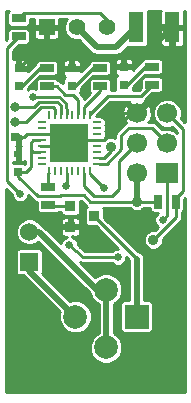
<source format=gtl>
G04 (created by PCBNEW (2013-07-24 BZR 4024)-stable) date Sat 29 Nov 2014 11:35:43 AM NZDT*
%MOIN*%
G04 Gerber Fmt 3.4, Leading zero omitted, Abs format*
%FSLAX34Y34*%
G01*
G70*
G90*
G04 APERTURE LIST*
%ADD10C,0.00590551*%
%ADD11R,0.0314961X0.0314961*%
%ADD12C,0.0314961*%
%ADD13R,0.0787402X0.0787402*%
%ADD14C,0.0787402*%
%ADD15R,0.05X0.1*%
%ADD16O,0.00984252X0.0275591*%
%ADD17O,0.0275591X0.00984252*%
%ADD18R,0.125984X0.125984*%
%ADD19R,0.0748X0.0669*%
%ADD20C,0.0669*%
%ADD21R,0.0315X0.025*%
%ADD22R,0.0314961X0.023622*%
%ADD23R,0.045X0.025*%
%ADD24R,0.025X0.045*%
%ADD25R,0.036X0.036*%
%ADD26R,0.0314X0.0314*%
%ADD27R,0.055X0.055*%
%ADD28C,0.055*%
%ADD29R,0.06X0.06*%
%ADD30C,0.06*%
%ADD31C,0.035*%
%ADD32C,0.0255906*%
%ADD33C,0.01*%
%ADD34C,0.019685*%
%ADD35C,0.00984252*%
G04 APERTURE END LIST*
G54D10*
G54D11*
X23740Y-21870D03*
G54D12*
X23740Y-21358D03*
X23740Y-20846D03*
G54D13*
X27791Y-27850D03*
G54D14*
X25744Y-27850D03*
X26767Y-28874D03*
X26767Y-26944D03*
G54D15*
X27781Y-18204D03*
X28981Y-18204D03*
G54D16*
X24858Y-21137D03*
G54D17*
X24622Y-21374D03*
X24622Y-21570D03*
X24622Y-21767D03*
X24622Y-21964D03*
X24622Y-22161D03*
X24622Y-22358D03*
X24622Y-22555D03*
X24622Y-22751D03*
G54D16*
X24858Y-22988D03*
X25055Y-22988D03*
X25251Y-22988D03*
X25448Y-22988D03*
X25645Y-22988D03*
X25842Y-22988D03*
X26039Y-22988D03*
X26236Y-22988D03*
G54D17*
X26472Y-22751D03*
X26472Y-22751D03*
X26472Y-22555D03*
X26472Y-22358D03*
X26472Y-22161D03*
X26472Y-21964D03*
X26472Y-21767D03*
X26472Y-21570D03*
X26472Y-21374D03*
G54D16*
X26236Y-21137D03*
X26039Y-21137D03*
X25842Y-21137D03*
X25645Y-21137D03*
X25448Y-21137D03*
X25251Y-21137D03*
X25055Y-21137D03*
X24858Y-21137D03*
G54D18*
X25547Y-22062D03*
G54D19*
X28803Y-23062D03*
G54D20*
X27803Y-23062D03*
X28803Y-22062D03*
X27803Y-22062D03*
X28803Y-21062D03*
X27803Y-21062D03*
G54D21*
X23838Y-23016D03*
G54D22*
X23838Y-22416D03*
G54D23*
X24838Y-24134D03*
X24838Y-23534D03*
G54D24*
X28495Y-24011D03*
X29095Y-24011D03*
G54D23*
X24799Y-19558D03*
X24799Y-20158D03*
X26570Y-19558D03*
X26570Y-20158D03*
X28303Y-19518D03*
X28303Y-20118D03*
G54D25*
X25580Y-24853D03*
X25580Y-24153D03*
X26380Y-24503D03*
G54D26*
X27358Y-20113D03*
X27358Y-19523D03*
X25625Y-20153D03*
X25625Y-19563D03*
X23854Y-20153D03*
X23854Y-19563D03*
G54D23*
X23854Y-18504D03*
X23854Y-17904D03*
G54D27*
X24783Y-18204D03*
G54D28*
X25783Y-18204D03*
X26783Y-18204D03*
G54D29*
X24208Y-26027D03*
G54D30*
X24208Y-25027D03*
G54D31*
X26925Y-22181D03*
X27811Y-24011D03*
G54D32*
X26688Y-23559D03*
X28657Y-24622D03*
G54D31*
X28342Y-25291D03*
G54D32*
X27165Y-25866D03*
X25547Y-25448D03*
X24330Y-20511D03*
G54D31*
X25098Y-24940D03*
X29137Y-25137D03*
X23661Y-24480D03*
X23661Y-30059D03*
X29149Y-30102D03*
X26992Y-24484D03*
X28070Y-24358D03*
X27035Y-21019D03*
X26732Y-25452D03*
X26295Y-26240D03*
X28401Y-18192D03*
G54D32*
X23893Y-23755D03*
X25429Y-23480D03*
G54D33*
X23838Y-23016D02*
X24089Y-23016D01*
X24251Y-22854D02*
X24251Y-22263D01*
X24089Y-23016D02*
X24251Y-22854D01*
X24346Y-21964D02*
X24251Y-22059D01*
X24251Y-22059D02*
X24251Y-22263D01*
X24562Y-21964D02*
X24346Y-21964D01*
X24346Y-22358D02*
X24562Y-22358D01*
X24251Y-22263D02*
X24346Y-22358D01*
X25271Y-23795D02*
X26019Y-23795D01*
X23838Y-23016D02*
X23834Y-23185D01*
X24484Y-23834D02*
X23834Y-23185D01*
X25232Y-23834D02*
X24484Y-23834D01*
X25232Y-23834D02*
X25271Y-23795D01*
X26236Y-24011D02*
X27811Y-24011D01*
X26019Y-23795D02*
X26236Y-24011D01*
G54D34*
X24208Y-26027D02*
X24208Y-26314D01*
X24208Y-26314D02*
X25744Y-27850D01*
X25783Y-18204D02*
X26452Y-18874D01*
X26452Y-18874D02*
X27112Y-18874D01*
X27112Y-18874D02*
X27781Y-18204D01*
G54D33*
X23839Y-23015D02*
X23838Y-23016D01*
X28495Y-24011D02*
X28165Y-24011D01*
X28165Y-24011D02*
X27811Y-24011D01*
X26531Y-22555D02*
X26708Y-22555D01*
X26708Y-22555D02*
X26925Y-22338D01*
X26925Y-22338D02*
X26925Y-22181D01*
G54D34*
X27803Y-24003D02*
X27803Y-23062D01*
X27811Y-24011D02*
X27803Y-24003D01*
G54D33*
X26236Y-21078D02*
X26826Y-20488D01*
X27933Y-20488D02*
X28303Y-20118D01*
X26826Y-20488D02*
X27933Y-20488D01*
X26039Y-21078D02*
X26039Y-20862D01*
X26570Y-20330D02*
X26570Y-20158D01*
X26039Y-20862D02*
X26570Y-20330D01*
X25665Y-20448D02*
X25409Y-20448D01*
X25842Y-20625D02*
X25665Y-20448D01*
X25842Y-21078D02*
X25842Y-20625D01*
X25118Y-20158D02*
X24799Y-20158D01*
X25409Y-20448D02*
X25118Y-20158D01*
X26236Y-23106D02*
X26688Y-23559D01*
X26236Y-23106D02*
X26236Y-23047D01*
G54D35*
X28803Y-23062D02*
X28803Y-24476D01*
X28803Y-24476D02*
X28657Y-24622D01*
G54D33*
X28657Y-24622D02*
X28645Y-24610D01*
X26039Y-23047D02*
X26039Y-23500D01*
X27200Y-22665D02*
X27803Y-22062D01*
X27200Y-23598D02*
X27200Y-22665D01*
X26964Y-23834D02*
X27200Y-23598D01*
X26374Y-23834D02*
X26964Y-23834D01*
X26039Y-23500D02*
X26374Y-23834D01*
X29095Y-24538D02*
X28342Y-25291D01*
X27165Y-25866D02*
X25992Y-25866D01*
X25992Y-25866D02*
X25547Y-25448D01*
X24330Y-20511D02*
X24330Y-20511D01*
X24330Y-20511D02*
X25196Y-20511D01*
X25196Y-20511D02*
X25427Y-20742D01*
X25448Y-21078D02*
X25427Y-20742D01*
X29095Y-24538D02*
X29095Y-24011D01*
X29095Y-24011D02*
X29095Y-23908D01*
X29095Y-23908D02*
X29346Y-23657D01*
X29346Y-23657D02*
X29346Y-21606D01*
X29346Y-21606D02*
X28803Y-21062D01*
X26531Y-22751D02*
X26787Y-22751D01*
X28291Y-21551D02*
X28803Y-22062D01*
X27535Y-21551D02*
X28291Y-21551D01*
X27279Y-21807D02*
X27535Y-21551D01*
X27279Y-22259D02*
X27279Y-21807D01*
X26787Y-22751D02*
X27279Y-22259D01*
X23854Y-17904D02*
X24026Y-17732D01*
X26783Y-17944D02*
X26783Y-18204D01*
X26570Y-17732D02*
X26783Y-17944D01*
X24026Y-17732D02*
X26570Y-17732D01*
X24562Y-21767D02*
X24137Y-21767D01*
X24035Y-21870D02*
X23740Y-21870D01*
X24137Y-21767D02*
X24035Y-21870D01*
X23838Y-22416D02*
X23838Y-21968D01*
X23838Y-21968D02*
X23740Y-21870D01*
X23720Y-21889D02*
X23740Y-21870D01*
X23842Y-21767D02*
X23740Y-21870D01*
X25098Y-24940D02*
X25575Y-24858D01*
X25580Y-24853D02*
X25575Y-24858D01*
X23704Y-30102D02*
X23661Y-30059D01*
X29149Y-30102D02*
X23704Y-30102D01*
X26992Y-24484D02*
X27944Y-24484D01*
X27944Y-24484D02*
X28070Y-24358D01*
X27803Y-21062D02*
X27078Y-21062D01*
X27078Y-21062D02*
X27035Y-21019D01*
G54D34*
X28981Y-18204D02*
X28413Y-18204D01*
X28413Y-18204D02*
X28401Y-18192D01*
G54D33*
X25625Y-19563D02*
X25665Y-19523D01*
X25665Y-19523D02*
X25665Y-19188D01*
X27358Y-19523D02*
X27358Y-19188D01*
G54D34*
X28981Y-18204D02*
X27997Y-19188D01*
X27997Y-19188D02*
X27358Y-19188D01*
X27358Y-19188D02*
X25665Y-19188D01*
X25665Y-19188D02*
X25251Y-19188D01*
G54D33*
X26688Y-21964D02*
X27590Y-21062D01*
X26531Y-21964D02*
X26688Y-21964D01*
X27590Y-21062D02*
X27803Y-21062D01*
G54D34*
X24783Y-18204D02*
X24783Y-18720D01*
X24783Y-18720D02*
X25251Y-19188D01*
X28377Y-20488D02*
X28696Y-20488D01*
X27803Y-21062D02*
X28377Y-20488D01*
X28981Y-20203D02*
X28981Y-18204D01*
X28696Y-20488D02*
X28981Y-20203D01*
G54D33*
X27358Y-19523D02*
X27495Y-19523D01*
X28775Y-18244D02*
X28824Y-18244D01*
X23854Y-19563D02*
X24228Y-19188D01*
X24228Y-19188D02*
X25251Y-19188D01*
X23847Y-22425D02*
X23838Y-22416D01*
G54D35*
X24562Y-22161D02*
X25448Y-22161D01*
X25448Y-22161D02*
X25547Y-22062D01*
G54D33*
X25547Y-22062D02*
X25448Y-22161D01*
X24562Y-21767D02*
X25251Y-21767D01*
X25251Y-21767D02*
X25547Y-22062D01*
X26531Y-21964D02*
X25645Y-21964D01*
X25645Y-21964D02*
X25547Y-22062D01*
X27803Y-21263D02*
X27803Y-21062D01*
X25448Y-23047D02*
X25448Y-23460D01*
X23460Y-18898D02*
X23854Y-18504D01*
X23460Y-23322D02*
X23460Y-18898D01*
X23893Y-23755D02*
X23460Y-23322D01*
X25448Y-23460D02*
X25429Y-23480D01*
G54D34*
X26767Y-26944D02*
X26767Y-28874D01*
X24535Y-25027D02*
X26452Y-26944D01*
X26452Y-26944D02*
X26767Y-26944D01*
X24208Y-25027D02*
X24535Y-25027D01*
X27791Y-27850D02*
X27791Y-25914D01*
G54D33*
X27791Y-25914D02*
X26380Y-24503D01*
X24606Y-20866D02*
X24114Y-21358D01*
X25055Y-20921D02*
X25000Y-20866D01*
X25000Y-20866D02*
X24606Y-20866D01*
X25055Y-21078D02*
X25055Y-20921D01*
X24114Y-21358D02*
X23740Y-21358D01*
X24527Y-20688D02*
X24370Y-20846D01*
X25251Y-21078D02*
X25251Y-20803D01*
X25137Y-20688D02*
X24527Y-20688D01*
X25251Y-20803D02*
X25137Y-20688D01*
X24370Y-20846D02*
X23740Y-20846D01*
X23799Y-20787D02*
X23740Y-20846D01*
X27358Y-20113D02*
X27456Y-20113D01*
X28051Y-19518D02*
X28303Y-19518D01*
X27456Y-20113D02*
X28051Y-19518D01*
X23854Y-20153D02*
X23953Y-20153D01*
X24548Y-19558D02*
X24799Y-19558D01*
X23953Y-20153D02*
X24548Y-19558D01*
X25625Y-20153D02*
X25724Y-20153D01*
X26319Y-19558D02*
X26570Y-19558D01*
X25724Y-20153D02*
X26319Y-19558D01*
X24838Y-23534D02*
X24838Y-23066D01*
X24838Y-23066D02*
X24858Y-23047D01*
X24858Y-23047D02*
X24853Y-23051D01*
X24838Y-24134D02*
X24857Y-24153D01*
X24857Y-24153D02*
X25580Y-24153D01*
G54D10*
G36*
X24051Y-22752D02*
X24026Y-22741D01*
X23966Y-22741D01*
X23660Y-22741D01*
X23660Y-22684D01*
X23710Y-22684D01*
X23751Y-22684D01*
X23788Y-22647D01*
X23788Y-22466D01*
X23780Y-22466D01*
X23780Y-22366D01*
X23788Y-22366D01*
X23788Y-22185D01*
X23775Y-22172D01*
X23808Y-22140D01*
X23808Y-21920D01*
X23800Y-21920D01*
X23800Y-21820D01*
X23808Y-21820D01*
X23808Y-21812D01*
X23908Y-21812D01*
X23908Y-21820D01*
X23916Y-21820D01*
X23916Y-21920D01*
X23908Y-21920D01*
X23908Y-22140D01*
X23921Y-22153D01*
X23888Y-22185D01*
X23888Y-22366D01*
X23896Y-22366D01*
X23896Y-22466D01*
X23888Y-22466D01*
X23888Y-22647D01*
X23926Y-22684D01*
X23966Y-22684D01*
X24026Y-22684D01*
X24051Y-22673D01*
X24051Y-22752D01*
X24051Y-22752D01*
G37*
G54D33*
X24051Y-22752D02*
X24026Y-22741D01*
X23966Y-22741D01*
X23660Y-22741D01*
X23660Y-22684D01*
X23710Y-22684D01*
X23751Y-22684D01*
X23788Y-22647D01*
X23788Y-22466D01*
X23780Y-22466D01*
X23780Y-22366D01*
X23788Y-22366D01*
X23788Y-22185D01*
X23775Y-22172D01*
X23808Y-22140D01*
X23808Y-21920D01*
X23800Y-21920D01*
X23800Y-21820D01*
X23808Y-21820D01*
X23808Y-21812D01*
X23908Y-21812D01*
X23908Y-21820D01*
X23916Y-21820D01*
X23916Y-21920D01*
X23908Y-21920D01*
X23908Y-22140D01*
X23921Y-22153D01*
X23888Y-22185D01*
X23888Y-22366D01*
X23896Y-22366D01*
X23896Y-22466D01*
X23888Y-22466D01*
X23888Y-22647D01*
X23926Y-22684D01*
X23966Y-22684D01*
X24026Y-22684D01*
X24051Y-22673D01*
X24051Y-22752D01*
G54D10*
G36*
X25605Y-22112D02*
X25597Y-22112D01*
X25597Y-22120D01*
X25497Y-22120D01*
X25497Y-22112D01*
X25489Y-22112D01*
X25489Y-22012D01*
X25497Y-22012D01*
X25497Y-22005D01*
X25597Y-22005D01*
X25597Y-22012D01*
X25605Y-22012D01*
X25605Y-22112D01*
X25605Y-22112D01*
G37*
G54D33*
X25605Y-22112D02*
X25597Y-22112D01*
X25597Y-22120D01*
X25497Y-22120D01*
X25497Y-22112D01*
X25489Y-22112D01*
X25489Y-22012D01*
X25497Y-22012D01*
X25497Y-22005D01*
X25597Y-22005D01*
X25597Y-22012D01*
X25605Y-22012D01*
X25605Y-22112D01*
G54D10*
G36*
X29393Y-21370D02*
X29381Y-21358D01*
X29381Y-18675D01*
X29381Y-18292D01*
X29344Y-18254D01*
X29031Y-18254D01*
X29031Y-18817D01*
X29069Y-18854D01*
X29261Y-18854D01*
X29316Y-18831D01*
X29358Y-18789D01*
X29381Y-18734D01*
X29381Y-18675D01*
X29381Y-21358D01*
X29256Y-21233D01*
X29287Y-21159D01*
X29287Y-20967D01*
X29214Y-20788D01*
X29077Y-20652D01*
X28931Y-20591D01*
X28931Y-18817D01*
X28931Y-18254D01*
X28619Y-18254D01*
X28581Y-18292D01*
X28581Y-18675D01*
X28581Y-18734D01*
X28604Y-18789D01*
X28647Y-18831D01*
X28702Y-18854D01*
X28894Y-18854D01*
X28931Y-18817D01*
X28931Y-20591D01*
X28899Y-20578D01*
X28707Y-20578D01*
X28529Y-20652D01*
X28392Y-20788D01*
X28318Y-20966D01*
X28318Y-21158D01*
X28392Y-21337D01*
X28528Y-21473D01*
X28706Y-21547D01*
X28899Y-21547D01*
X28973Y-21516D01*
X29146Y-21689D01*
X29146Y-21721D01*
X29077Y-21652D01*
X28899Y-21578D01*
X28707Y-21578D01*
X28632Y-21609D01*
X28432Y-21409D01*
X28367Y-21366D01*
X28292Y-21351D01*
X28291Y-21351D01*
X28162Y-21351D01*
X28159Y-21348D01*
X28230Y-21311D01*
X28292Y-21129D01*
X28280Y-20936D01*
X28230Y-20814D01*
X28159Y-20777D01*
X27873Y-21062D01*
X27879Y-21068D01*
X27808Y-21139D01*
X27803Y-21133D01*
X27797Y-21139D01*
X27732Y-21074D01*
X27726Y-21068D01*
X27732Y-21062D01*
X27446Y-20777D01*
X27376Y-20814D01*
X27313Y-20996D01*
X27325Y-21189D01*
X27376Y-21311D01*
X27446Y-21348D01*
X27419Y-21376D01*
X27429Y-21386D01*
X27394Y-21409D01*
X27138Y-21665D01*
X27094Y-21730D01*
X27079Y-21807D01*
X27079Y-21893D01*
X26990Y-21856D01*
X26860Y-21856D01*
X26751Y-21901D01*
X26750Y-21879D01*
X26738Y-21862D01*
X26750Y-21843D01*
X26765Y-21767D01*
X26750Y-21691D01*
X26735Y-21669D01*
X26750Y-21647D01*
X26765Y-21570D01*
X26750Y-21494D01*
X26735Y-21472D01*
X26750Y-21450D01*
X26765Y-21374D01*
X26750Y-21297D01*
X26707Y-21233D01*
X26642Y-21189D01*
X26566Y-21174D01*
X26435Y-21174D01*
X26435Y-21162D01*
X26909Y-20688D01*
X27527Y-20688D01*
X27517Y-20706D01*
X27803Y-20992D01*
X28088Y-20706D01*
X28055Y-20643D01*
X28075Y-20629D01*
X28310Y-20393D01*
X28557Y-20393D01*
X28613Y-20371D01*
X28655Y-20328D01*
X28678Y-20273D01*
X28678Y-20214D01*
X28678Y-19964D01*
X28655Y-19909D01*
X28613Y-19866D01*
X28558Y-19843D01*
X28498Y-19843D01*
X28048Y-19843D01*
X27993Y-19866D01*
X27951Y-19908D01*
X27928Y-19963D01*
X27928Y-20023D01*
X27928Y-20211D01*
X27851Y-20288D01*
X27665Y-20288D01*
X27665Y-20241D01*
X27665Y-20188D01*
X28059Y-19793D01*
X28107Y-19793D01*
X28557Y-19793D01*
X28613Y-19771D01*
X28655Y-19728D01*
X28678Y-19673D01*
X28678Y-19614D01*
X28678Y-19364D01*
X28655Y-19309D01*
X28613Y-19266D01*
X28558Y-19243D01*
X28498Y-19243D01*
X28048Y-19243D01*
X27993Y-19266D01*
X27951Y-19308D01*
X27928Y-19363D01*
X27928Y-19365D01*
X27910Y-19377D01*
X27665Y-19622D01*
X27665Y-19337D01*
X27642Y-19282D01*
X27600Y-19239D01*
X27545Y-19216D01*
X27485Y-19216D01*
X27445Y-19216D01*
X27408Y-19254D01*
X27408Y-19473D01*
X27627Y-19473D01*
X27665Y-19436D01*
X27665Y-19337D01*
X27665Y-19622D01*
X27665Y-19622D01*
X27665Y-19611D01*
X27627Y-19573D01*
X27408Y-19573D01*
X27408Y-19581D01*
X27308Y-19581D01*
X27308Y-19573D01*
X27308Y-19473D01*
X27308Y-19254D01*
X27270Y-19216D01*
X27230Y-19216D01*
X27171Y-19216D01*
X27116Y-19239D01*
X27074Y-19282D01*
X27051Y-19337D01*
X27051Y-19436D01*
X27088Y-19473D01*
X27308Y-19473D01*
X27308Y-19573D01*
X27088Y-19573D01*
X27051Y-19611D01*
X27051Y-19710D01*
X27074Y-19765D01*
X27116Y-19807D01*
X27142Y-19818D01*
X27116Y-19829D01*
X27074Y-19871D01*
X27051Y-19926D01*
X27051Y-19986D01*
X27051Y-20288D01*
X26945Y-20288D01*
X26945Y-20253D01*
X26945Y-20003D01*
X26923Y-19948D01*
X26880Y-19906D01*
X26825Y-19883D01*
X26766Y-19883D01*
X26316Y-19883D01*
X26261Y-19906D01*
X26218Y-19948D01*
X26195Y-20003D01*
X26195Y-20062D01*
X26195Y-20312D01*
X26218Y-20368D01*
X26234Y-20384D01*
X26034Y-20584D01*
X26027Y-20549D01*
X26027Y-20549D01*
X25983Y-20484D01*
X25902Y-20403D01*
X25910Y-20395D01*
X25932Y-20340D01*
X25933Y-20280D01*
X25933Y-20227D01*
X26327Y-19833D01*
X26375Y-19833D01*
X26825Y-19833D01*
X26880Y-19810D01*
X26922Y-19768D01*
X26945Y-19713D01*
X26945Y-19653D01*
X26945Y-19403D01*
X26923Y-19348D01*
X26880Y-19306D01*
X26825Y-19283D01*
X26766Y-19283D01*
X26316Y-19283D01*
X26261Y-19306D01*
X26218Y-19348D01*
X26195Y-19403D01*
X26195Y-19405D01*
X26178Y-19416D01*
X25933Y-19662D01*
X25933Y-19376D01*
X25910Y-19321D01*
X25868Y-19279D01*
X25812Y-19256D01*
X25753Y-19256D01*
X25713Y-19256D01*
X25675Y-19293D01*
X25675Y-19513D01*
X25895Y-19513D01*
X25932Y-19475D01*
X25933Y-19376D01*
X25933Y-19662D01*
X25932Y-19662D01*
X25932Y-19650D01*
X25895Y-19613D01*
X25675Y-19613D01*
X25675Y-19621D01*
X25575Y-19621D01*
X25575Y-19613D01*
X25575Y-19513D01*
X25575Y-19293D01*
X25538Y-19256D01*
X25498Y-19256D01*
X25439Y-19256D01*
X25383Y-19279D01*
X25341Y-19321D01*
X25318Y-19376D01*
X25318Y-19475D01*
X25356Y-19513D01*
X25575Y-19513D01*
X25575Y-19613D01*
X25356Y-19613D01*
X25318Y-19650D01*
X25318Y-19749D01*
X25341Y-19805D01*
X25383Y-19847D01*
X25410Y-19858D01*
X25384Y-19869D01*
X25341Y-19911D01*
X25319Y-19966D01*
X25318Y-20025D01*
X25318Y-20075D01*
X25260Y-20016D01*
X25208Y-19982D01*
X25208Y-18450D01*
X25208Y-18292D01*
X25170Y-18254D01*
X24833Y-18254D01*
X24833Y-18592D01*
X24870Y-18629D01*
X25088Y-18629D01*
X25143Y-18606D01*
X25185Y-18564D01*
X25208Y-18509D01*
X25208Y-18450D01*
X25208Y-19982D01*
X25195Y-19973D01*
X25158Y-19966D01*
X25151Y-19948D01*
X25109Y-19906D01*
X25054Y-19883D01*
X24994Y-19883D01*
X24544Y-19883D01*
X24489Y-19906D01*
X24447Y-19948D01*
X24424Y-20003D01*
X24424Y-20062D01*
X24424Y-20249D01*
X24386Y-20233D01*
X24275Y-20233D01*
X24173Y-20276D01*
X24161Y-20288D01*
X24161Y-20280D01*
X24161Y-20227D01*
X24555Y-19833D01*
X24603Y-19833D01*
X25053Y-19833D01*
X25109Y-19810D01*
X25151Y-19768D01*
X25174Y-19713D01*
X25174Y-19653D01*
X25174Y-19403D01*
X25151Y-19348D01*
X25109Y-19306D01*
X25054Y-19283D01*
X24994Y-19283D01*
X24733Y-19283D01*
X24733Y-18592D01*
X24733Y-18254D01*
X24395Y-18254D01*
X24358Y-18292D01*
X24358Y-18450D01*
X24358Y-18509D01*
X24381Y-18564D01*
X24423Y-18606D01*
X24478Y-18629D01*
X24695Y-18629D01*
X24733Y-18592D01*
X24733Y-19283D01*
X24544Y-19283D01*
X24489Y-19306D01*
X24447Y-19348D01*
X24424Y-19403D01*
X24424Y-19405D01*
X24406Y-19416D01*
X24161Y-19662D01*
X24161Y-19376D01*
X24138Y-19321D01*
X24096Y-19279D01*
X24041Y-19256D01*
X23981Y-19256D01*
X23941Y-19256D01*
X23904Y-19293D01*
X23904Y-19513D01*
X24123Y-19513D01*
X24161Y-19475D01*
X24161Y-19376D01*
X24161Y-19662D01*
X24161Y-19662D01*
X24161Y-19650D01*
X24123Y-19613D01*
X23904Y-19613D01*
X23904Y-19621D01*
X23804Y-19621D01*
X23804Y-19613D01*
X23796Y-19613D01*
X23796Y-19513D01*
X23804Y-19513D01*
X23804Y-19293D01*
X23766Y-19256D01*
X23727Y-19256D01*
X23667Y-19256D01*
X23660Y-19259D01*
X23660Y-18981D01*
X23862Y-18779D01*
X24109Y-18779D01*
X24164Y-18756D01*
X24206Y-18714D01*
X24229Y-18659D01*
X24229Y-18600D01*
X24229Y-18350D01*
X24206Y-18294D01*
X24164Y-18252D01*
X24109Y-18229D01*
X24049Y-18229D01*
X23599Y-18229D01*
X23544Y-18252D01*
X23502Y-18294D01*
X23479Y-18349D01*
X23479Y-18409D01*
X23479Y-18596D01*
X23433Y-18642D01*
X23433Y-17665D01*
X23531Y-17665D01*
X23502Y-17694D01*
X23479Y-17749D01*
X23479Y-17809D01*
X23479Y-18059D01*
X23502Y-18114D01*
X23544Y-18156D01*
X23599Y-18179D01*
X23659Y-18179D01*
X24109Y-18179D01*
X24164Y-18156D01*
X24206Y-18114D01*
X24229Y-18059D01*
X24229Y-18000D01*
X24229Y-17932D01*
X24358Y-17932D01*
X24358Y-17959D01*
X24358Y-18117D01*
X24395Y-18154D01*
X24733Y-18154D01*
X24733Y-18146D01*
X24833Y-18146D01*
X24833Y-18154D01*
X25170Y-18154D01*
X25208Y-18117D01*
X25208Y-17959D01*
X25208Y-17932D01*
X25454Y-17932D01*
X25423Y-17963D01*
X25358Y-18119D01*
X25358Y-18288D01*
X25422Y-18445D01*
X25542Y-18564D01*
X25698Y-18629D01*
X25857Y-18629D01*
X26277Y-19049D01*
X26357Y-19103D01*
X26452Y-19122D01*
X27112Y-19122D01*
X27112Y-19122D01*
X27207Y-19103D01*
X27288Y-19049D01*
X27488Y-18849D01*
X27501Y-18854D01*
X27561Y-18854D01*
X28061Y-18854D01*
X28116Y-18831D01*
X28158Y-18789D01*
X28181Y-18734D01*
X28181Y-18675D01*
X28181Y-17675D01*
X28178Y-17665D01*
X28585Y-17665D01*
X28581Y-17674D01*
X28581Y-17734D01*
X28581Y-18117D01*
X28619Y-18154D01*
X28931Y-18154D01*
X28931Y-18146D01*
X29031Y-18146D01*
X29031Y-18154D01*
X29344Y-18154D01*
X29381Y-18117D01*
X29381Y-17734D01*
X29381Y-17674D01*
X29378Y-17665D01*
X29393Y-17665D01*
X29393Y-21370D01*
X29393Y-21370D01*
G37*
G54D33*
X29393Y-21370D02*
X29381Y-21358D01*
X29381Y-18675D01*
X29381Y-18292D01*
X29344Y-18254D01*
X29031Y-18254D01*
X29031Y-18817D01*
X29069Y-18854D01*
X29261Y-18854D01*
X29316Y-18831D01*
X29358Y-18789D01*
X29381Y-18734D01*
X29381Y-18675D01*
X29381Y-21358D01*
X29256Y-21233D01*
X29287Y-21159D01*
X29287Y-20967D01*
X29214Y-20788D01*
X29077Y-20652D01*
X28931Y-20591D01*
X28931Y-18817D01*
X28931Y-18254D01*
X28619Y-18254D01*
X28581Y-18292D01*
X28581Y-18675D01*
X28581Y-18734D01*
X28604Y-18789D01*
X28647Y-18831D01*
X28702Y-18854D01*
X28894Y-18854D01*
X28931Y-18817D01*
X28931Y-20591D01*
X28899Y-20578D01*
X28707Y-20578D01*
X28529Y-20652D01*
X28392Y-20788D01*
X28318Y-20966D01*
X28318Y-21158D01*
X28392Y-21337D01*
X28528Y-21473D01*
X28706Y-21547D01*
X28899Y-21547D01*
X28973Y-21516D01*
X29146Y-21689D01*
X29146Y-21721D01*
X29077Y-21652D01*
X28899Y-21578D01*
X28707Y-21578D01*
X28632Y-21609D01*
X28432Y-21409D01*
X28367Y-21366D01*
X28292Y-21351D01*
X28291Y-21351D01*
X28162Y-21351D01*
X28159Y-21348D01*
X28230Y-21311D01*
X28292Y-21129D01*
X28280Y-20936D01*
X28230Y-20814D01*
X28159Y-20777D01*
X27873Y-21062D01*
X27879Y-21068D01*
X27808Y-21139D01*
X27803Y-21133D01*
X27797Y-21139D01*
X27732Y-21074D01*
X27726Y-21068D01*
X27732Y-21062D01*
X27446Y-20777D01*
X27376Y-20814D01*
X27313Y-20996D01*
X27325Y-21189D01*
X27376Y-21311D01*
X27446Y-21348D01*
X27419Y-21376D01*
X27429Y-21386D01*
X27394Y-21409D01*
X27138Y-21665D01*
X27094Y-21730D01*
X27079Y-21807D01*
X27079Y-21893D01*
X26990Y-21856D01*
X26860Y-21856D01*
X26751Y-21901D01*
X26750Y-21879D01*
X26738Y-21862D01*
X26750Y-21843D01*
X26765Y-21767D01*
X26750Y-21691D01*
X26735Y-21669D01*
X26750Y-21647D01*
X26765Y-21570D01*
X26750Y-21494D01*
X26735Y-21472D01*
X26750Y-21450D01*
X26765Y-21374D01*
X26750Y-21297D01*
X26707Y-21233D01*
X26642Y-21189D01*
X26566Y-21174D01*
X26435Y-21174D01*
X26435Y-21162D01*
X26909Y-20688D01*
X27527Y-20688D01*
X27517Y-20706D01*
X27803Y-20992D01*
X28088Y-20706D01*
X28055Y-20643D01*
X28075Y-20629D01*
X28310Y-20393D01*
X28557Y-20393D01*
X28613Y-20371D01*
X28655Y-20328D01*
X28678Y-20273D01*
X28678Y-20214D01*
X28678Y-19964D01*
X28655Y-19909D01*
X28613Y-19866D01*
X28558Y-19843D01*
X28498Y-19843D01*
X28048Y-19843D01*
X27993Y-19866D01*
X27951Y-19908D01*
X27928Y-19963D01*
X27928Y-20023D01*
X27928Y-20211D01*
X27851Y-20288D01*
X27665Y-20288D01*
X27665Y-20241D01*
X27665Y-20188D01*
X28059Y-19793D01*
X28107Y-19793D01*
X28557Y-19793D01*
X28613Y-19771D01*
X28655Y-19728D01*
X28678Y-19673D01*
X28678Y-19614D01*
X28678Y-19364D01*
X28655Y-19309D01*
X28613Y-19266D01*
X28558Y-19243D01*
X28498Y-19243D01*
X28048Y-19243D01*
X27993Y-19266D01*
X27951Y-19308D01*
X27928Y-19363D01*
X27928Y-19365D01*
X27910Y-19377D01*
X27665Y-19622D01*
X27665Y-19337D01*
X27642Y-19282D01*
X27600Y-19239D01*
X27545Y-19216D01*
X27485Y-19216D01*
X27445Y-19216D01*
X27408Y-19254D01*
X27408Y-19473D01*
X27627Y-19473D01*
X27665Y-19436D01*
X27665Y-19337D01*
X27665Y-19622D01*
X27665Y-19622D01*
X27665Y-19611D01*
X27627Y-19573D01*
X27408Y-19573D01*
X27408Y-19581D01*
X27308Y-19581D01*
X27308Y-19573D01*
X27308Y-19473D01*
X27308Y-19254D01*
X27270Y-19216D01*
X27230Y-19216D01*
X27171Y-19216D01*
X27116Y-19239D01*
X27074Y-19282D01*
X27051Y-19337D01*
X27051Y-19436D01*
X27088Y-19473D01*
X27308Y-19473D01*
X27308Y-19573D01*
X27088Y-19573D01*
X27051Y-19611D01*
X27051Y-19710D01*
X27074Y-19765D01*
X27116Y-19807D01*
X27142Y-19818D01*
X27116Y-19829D01*
X27074Y-19871D01*
X27051Y-19926D01*
X27051Y-19986D01*
X27051Y-20288D01*
X26945Y-20288D01*
X26945Y-20253D01*
X26945Y-20003D01*
X26923Y-19948D01*
X26880Y-19906D01*
X26825Y-19883D01*
X26766Y-19883D01*
X26316Y-19883D01*
X26261Y-19906D01*
X26218Y-19948D01*
X26195Y-20003D01*
X26195Y-20062D01*
X26195Y-20312D01*
X26218Y-20368D01*
X26234Y-20384D01*
X26034Y-20584D01*
X26027Y-20549D01*
X26027Y-20549D01*
X25983Y-20484D01*
X25902Y-20403D01*
X25910Y-20395D01*
X25932Y-20340D01*
X25933Y-20280D01*
X25933Y-20227D01*
X26327Y-19833D01*
X26375Y-19833D01*
X26825Y-19833D01*
X26880Y-19810D01*
X26922Y-19768D01*
X26945Y-19713D01*
X26945Y-19653D01*
X26945Y-19403D01*
X26923Y-19348D01*
X26880Y-19306D01*
X26825Y-19283D01*
X26766Y-19283D01*
X26316Y-19283D01*
X26261Y-19306D01*
X26218Y-19348D01*
X26195Y-19403D01*
X26195Y-19405D01*
X26178Y-19416D01*
X25933Y-19662D01*
X25933Y-19376D01*
X25910Y-19321D01*
X25868Y-19279D01*
X25812Y-19256D01*
X25753Y-19256D01*
X25713Y-19256D01*
X25675Y-19293D01*
X25675Y-19513D01*
X25895Y-19513D01*
X25932Y-19475D01*
X25933Y-19376D01*
X25933Y-19662D01*
X25932Y-19662D01*
X25932Y-19650D01*
X25895Y-19613D01*
X25675Y-19613D01*
X25675Y-19621D01*
X25575Y-19621D01*
X25575Y-19613D01*
X25575Y-19513D01*
X25575Y-19293D01*
X25538Y-19256D01*
X25498Y-19256D01*
X25439Y-19256D01*
X25383Y-19279D01*
X25341Y-19321D01*
X25318Y-19376D01*
X25318Y-19475D01*
X25356Y-19513D01*
X25575Y-19513D01*
X25575Y-19613D01*
X25356Y-19613D01*
X25318Y-19650D01*
X25318Y-19749D01*
X25341Y-19805D01*
X25383Y-19847D01*
X25410Y-19858D01*
X25384Y-19869D01*
X25341Y-19911D01*
X25319Y-19966D01*
X25318Y-20025D01*
X25318Y-20075D01*
X25260Y-20016D01*
X25208Y-19982D01*
X25208Y-18450D01*
X25208Y-18292D01*
X25170Y-18254D01*
X24833Y-18254D01*
X24833Y-18592D01*
X24870Y-18629D01*
X25088Y-18629D01*
X25143Y-18606D01*
X25185Y-18564D01*
X25208Y-18509D01*
X25208Y-18450D01*
X25208Y-19982D01*
X25195Y-19973D01*
X25158Y-19966D01*
X25151Y-19948D01*
X25109Y-19906D01*
X25054Y-19883D01*
X24994Y-19883D01*
X24544Y-19883D01*
X24489Y-19906D01*
X24447Y-19948D01*
X24424Y-20003D01*
X24424Y-20062D01*
X24424Y-20249D01*
X24386Y-20233D01*
X24275Y-20233D01*
X24173Y-20276D01*
X24161Y-20288D01*
X24161Y-20280D01*
X24161Y-20227D01*
X24555Y-19833D01*
X24603Y-19833D01*
X25053Y-19833D01*
X25109Y-19810D01*
X25151Y-19768D01*
X25174Y-19713D01*
X25174Y-19653D01*
X25174Y-19403D01*
X25151Y-19348D01*
X25109Y-19306D01*
X25054Y-19283D01*
X24994Y-19283D01*
X24733Y-19283D01*
X24733Y-18592D01*
X24733Y-18254D01*
X24395Y-18254D01*
X24358Y-18292D01*
X24358Y-18450D01*
X24358Y-18509D01*
X24381Y-18564D01*
X24423Y-18606D01*
X24478Y-18629D01*
X24695Y-18629D01*
X24733Y-18592D01*
X24733Y-19283D01*
X24544Y-19283D01*
X24489Y-19306D01*
X24447Y-19348D01*
X24424Y-19403D01*
X24424Y-19405D01*
X24406Y-19416D01*
X24161Y-19662D01*
X24161Y-19376D01*
X24138Y-19321D01*
X24096Y-19279D01*
X24041Y-19256D01*
X23981Y-19256D01*
X23941Y-19256D01*
X23904Y-19293D01*
X23904Y-19513D01*
X24123Y-19513D01*
X24161Y-19475D01*
X24161Y-19376D01*
X24161Y-19662D01*
X24161Y-19662D01*
X24161Y-19650D01*
X24123Y-19613D01*
X23904Y-19613D01*
X23904Y-19621D01*
X23804Y-19621D01*
X23804Y-19613D01*
X23796Y-19613D01*
X23796Y-19513D01*
X23804Y-19513D01*
X23804Y-19293D01*
X23766Y-19256D01*
X23727Y-19256D01*
X23667Y-19256D01*
X23660Y-19259D01*
X23660Y-18981D01*
X23862Y-18779D01*
X24109Y-18779D01*
X24164Y-18756D01*
X24206Y-18714D01*
X24229Y-18659D01*
X24229Y-18600D01*
X24229Y-18350D01*
X24206Y-18294D01*
X24164Y-18252D01*
X24109Y-18229D01*
X24049Y-18229D01*
X23599Y-18229D01*
X23544Y-18252D01*
X23502Y-18294D01*
X23479Y-18349D01*
X23479Y-18409D01*
X23479Y-18596D01*
X23433Y-18642D01*
X23433Y-17665D01*
X23531Y-17665D01*
X23502Y-17694D01*
X23479Y-17749D01*
X23479Y-17809D01*
X23479Y-18059D01*
X23502Y-18114D01*
X23544Y-18156D01*
X23599Y-18179D01*
X23659Y-18179D01*
X24109Y-18179D01*
X24164Y-18156D01*
X24206Y-18114D01*
X24229Y-18059D01*
X24229Y-18000D01*
X24229Y-17932D01*
X24358Y-17932D01*
X24358Y-17959D01*
X24358Y-18117D01*
X24395Y-18154D01*
X24733Y-18154D01*
X24733Y-18146D01*
X24833Y-18146D01*
X24833Y-18154D01*
X25170Y-18154D01*
X25208Y-18117D01*
X25208Y-17959D01*
X25208Y-17932D01*
X25454Y-17932D01*
X25423Y-17963D01*
X25358Y-18119D01*
X25358Y-18288D01*
X25422Y-18445D01*
X25542Y-18564D01*
X25698Y-18629D01*
X25857Y-18629D01*
X26277Y-19049D01*
X26357Y-19103D01*
X26452Y-19122D01*
X27112Y-19122D01*
X27112Y-19122D01*
X27207Y-19103D01*
X27288Y-19049D01*
X27488Y-18849D01*
X27501Y-18854D01*
X27561Y-18854D01*
X28061Y-18854D01*
X28116Y-18831D01*
X28158Y-18789D01*
X28181Y-18734D01*
X28181Y-18675D01*
X28181Y-17675D01*
X28178Y-17665D01*
X28585Y-17665D01*
X28581Y-17674D01*
X28581Y-17734D01*
X28581Y-18117D01*
X28619Y-18154D01*
X28931Y-18154D01*
X28931Y-18146D01*
X29031Y-18146D01*
X29031Y-18154D01*
X29344Y-18154D01*
X29381Y-18117D01*
X29381Y-17734D01*
X29381Y-17674D01*
X29378Y-17665D01*
X29393Y-17665D01*
X29393Y-21370D01*
G54D10*
G36*
X29393Y-30357D02*
X23433Y-30357D01*
X23433Y-23578D01*
X23615Y-23760D01*
X23615Y-23810D01*
X23657Y-23913D01*
X23736Y-23991D01*
X23838Y-24033D01*
X23948Y-24033D01*
X24050Y-23991D01*
X24129Y-23913D01*
X24171Y-23811D01*
X24171Y-23804D01*
X24342Y-23976D01*
X24342Y-23976D01*
X24407Y-24019D01*
X24407Y-24019D01*
X24420Y-24021D01*
X24463Y-24030D01*
X24463Y-24039D01*
X24463Y-24289D01*
X24486Y-24344D01*
X24528Y-24386D01*
X24583Y-24409D01*
X24643Y-24409D01*
X25093Y-24409D01*
X25148Y-24386D01*
X25181Y-24353D01*
X25250Y-24353D01*
X25250Y-24363D01*
X25273Y-24418D01*
X25315Y-24461D01*
X25370Y-24483D01*
X25430Y-24483D01*
X25790Y-24483D01*
X25845Y-24461D01*
X25887Y-24419D01*
X25910Y-24363D01*
X25910Y-24304D01*
X25910Y-23995D01*
X25936Y-23995D01*
X26094Y-24153D01*
X26094Y-24153D01*
X26138Y-24182D01*
X26142Y-24185D01*
X26115Y-24196D01*
X26073Y-24238D01*
X26050Y-24293D01*
X26050Y-24353D01*
X26050Y-24713D01*
X26073Y-24768D01*
X26115Y-24811D01*
X26170Y-24833D01*
X26230Y-24833D01*
X26427Y-24833D01*
X27181Y-25588D01*
X27110Y-25588D01*
X27008Y-25630D01*
X26972Y-25666D01*
X26070Y-25666D01*
X25910Y-25515D01*
X25825Y-25435D01*
X25825Y-25393D01*
X25783Y-25291D01*
X25704Y-25213D01*
X25630Y-25182D01*
X25630Y-25146D01*
X25667Y-25183D01*
X25730Y-25183D01*
X25790Y-25183D01*
X25845Y-25161D01*
X25887Y-25118D01*
X25910Y-25063D01*
X25910Y-24644D01*
X25887Y-24589D01*
X25845Y-24546D01*
X25790Y-24523D01*
X25730Y-24523D01*
X25667Y-24523D01*
X25630Y-24561D01*
X25630Y-24803D01*
X25872Y-24803D01*
X25910Y-24766D01*
X25910Y-24644D01*
X25910Y-25063D01*
X25910Y-24941D01*
X25872Y-24903D01*
X25630Y-24903D01*
X25630Y-24911D01*
X25530Y-24911D01*
X25530Y-24903D01*
X25530Y-24803D01*
X25530Y-24561D01*
X25492Y-24523D01*
X25430Y-24523D01*
X25370Y-24523D01*
X25315Y-24546D01*
X25273Y-24589D01*
X25250Y-24644D01*
X25250Y-24766D01*
X25287Y-24803D01*
X25530Y-24803D01*
X25530Y-24903D01*
X25287Y-24903D01*
X25250Y-24941D01*
X25250Y-25063D01*
X25273Y-25118D01*
X25315Y-25161D01*
X25370Y-25183D01*
X25430Y-25183D01*
X25460Y-25183D01*
X25390Y-25213D01*
X25311Y-25291D01*
X25269Y-25393D01*
X25269Y-25410D01*
X24711Y-24851D01*
X24630Y-24798D01*
X24598Y-24791D01*
X24590Y-24772D01*
X24463Y-24646D01*
X24298Y-24577D01*
X24119Y-24577D01*
X23954Y-24645D01*
X23827Y-24772D01*
X23758Y-24937D01*
X23758Y-25116D01*
X23826Y-25282D01*
X23953Y-25408D01*
X24118Y-25477D01*
X24297Y-25477D01*
X24463Y-25409D01*
X24514Y-25358D01*
X26234Y-27077D01*
X26306Y-27252D01*
X26459Y-27405D01*
X26519Y-27430D01*
X26519Y-28388D01*
X26460Y-28412D01*
X26307Y-28565D01*
X26287Y-28611D01*
X26287Y-27742D01*
X26205Y-27542D01*
X26052Y-27389D01*
X25852Y-27306D01*
X25636Y-27306D01*
X25576Y-27331D01*
X24642Y-26397D01*
X24658Y-26357D01*
X24658Y-26297D01*
X24658Y-25697D01*
X24635Y-25642D01*
X24593Y-25600D01*
X24538Y-25577D01*
X24478Y-25577D01*
X23878Y-25577D01*
X23823Y-25600D01*
X23781Y-25642D01*
X23758Y-25697D01*
X23758Y-25757D01*
X23758Y-26357D01*
X23781Y-26412D01*
X23823Y-26454D01*
X23878Y-26477D01*
X23938Y-26477D01*
X24024Y-26477D01*
X24032Y-26490D01*
X25225Y-27682D01*
X25200Y-27741D01*
X25200Y-27958D01*
X25282Y-28157D01*
X25435Y-28311D01*
X25635Y-28393D01*
X25851Y-28394D01*
X26051Y-28311D01*
X26204Y-28158D01*
X26287Y-27959D01*
X26287Y-27742D01*
X26287Y-28611D01*
X26224Y-28765D01*
X26223Y-28981D01*
X26306Y-29181D01*
X26459Y-29334D01*
X26659Y-29417D01*
X26875Y-29417D01*
X27075Y-29335D01*
X27228Y-29182D01*
X27311Y-28982D01*
X27311Y-28766D01*
X27228Y-28566D01*
X27076Y-28413D01*
X27016Y-28388D01*
X27016Y-27430D01*
X27075Y-27406D01*
X27228Y-27253D01*
X27311Y-27053D01*
X27311Y-26837D01*
X27228Y-26637D01*
X27076Y-26484D01*
X26876Y-26401D01*
X26660Y-26401D01*
X26460Y-26483D01*
X26401Y-26542D01*
X25899Y-26039D01*
X25915Y-26050D01*
X25917Y-26051D01*
X25921Y-26053D01*
X25965Y-26060D01*
X25992Y-26066D01*
X25997Y-26066D01*
X25998Y-26066D01*
X25998Y-26066D01*
X26972Y-26066D01*
X27007Y-26101D01*
X27109Y-26144D01*
X27220Y-26144D01*
X27322Y-26101D01*
X27400Y-26023D01*
X27443Y-25921D01*
X27443Y-25849D01*
X27542Y-25949D01*
X27542Y-27306D01*
X27367Y-27306D01*
X27312Y-27329D01*
X27270Y-27371D01*
X27247Y-27426D01*
X27247Y-27486D01*
X27247Y-28273D01*
X27270Y-28328D01*
X27312Y-28371D01*
X27367Y-28394D01*
X27427Y-28394D01*
X28214Y-28394D01*
X28269Y-28371D01*
X28312Y-28329D01*
X28335Y-28274D01*
X28335Y-28214D01*
X28335Y-27426D01*
X28312Y-27371D01*
X28270Y-27329D01*
X28215Y-27306D01*
X28155Y-27306D01*
X28039Y-27306D01*
X28039Y-25914D01*
X28020Y-25819D01*
X27967Y-25739D01*
X27886Y-25685D01*
X27834Y-25675D01*
X26710Y-24551D01*
X26710Y-24294D01*
X26687Y-24239D01*
X26660Y-24211D01*
X27551Y-24211D01*
X27626Y-24287D01*
X27746Y-24336D01*
X27875Y-24336D01*
X27994Y-24287D01*
X28070Y-24211D01*
X28165Y-24211D01*
X28220Y-24211D01*
X28220Y-24266D01*
X28243Y-24321D01*
X28285Y-24363D01*
X28340Y-24386D01*
X28399Y-24386D01*
X28499Y-24386D01*
X28421Y-24464D01*
X28379Y-24566D01*
X28379Y-24677D01*
X28421Y-24779D01*
X28496Y-24854D01*
X28384Y-24966D01*
X28278Y-24966D01*
X28158Y-25015D01*
X28067Y-25107D01*
X28017Y-25226D01*
X28017Y-25355D01*
X28066Y-25475D01*
X28158Y-25566D01*
X28277Y-25616D01*
X28406Y-25616D01*
X28526Y-25567D01*
X28617Y-25475D01*
X28667Y-25356D01*
X28667Y-25249D01*
X29236Y-24680D01*
X29280Y-24615D01*
X29280Y-24615D01*
X29282Y-24602D01*
X29295Y-24538D01*
X29295Y-24538D01*
X29295Y-24368D01*
X29305Y-24364D01*
X29347Y-24321D01*
X29370Y-24266D01*
X29370Y-24207D01*
X29370Y-23916D01*
X29393Y-23893D01*
X29393Y-30357D01*
X29393Y-30357D01*
G37*
G54D33*
X29393Y-30357D02*
X23433Y-30357D01*
X23433Y-23578D01*
X23615Y-23760D01*
X23615Y-23810D01*
X23657Y-23913D01*
X23736Y-23991D01*
X23838Y-24033D01*
X23948Y-24033D01*
X24050Y-23991D01*
X24129Y-23913D01*
X24171Y-23811D01*
X24171Y-23804D01*
X24342Y-23976D01*
X24342Y-23976D01*
X24407Y-24019D01*
X24407Y-24019D01*
X24420Y-24021D01*
X24463Y-24030D01*
X24463Y-24039D01*
X24463Y-24289D01*
X24486Y-24344D01*
X24528Y-24386D01*
X24583Y-24409D01*
X24643Y-24409D01*
X25093Y-24409D01*
X25148Y-24386D01*
X25181Y-24353D01*
X25250Y-24353D01*
X25250Y-24363D01*
X25273Y-24418D01*
X25315Y-24461D01*
X25370Y-24483D01*
X25430Y-24483D01*
X25790Y-24483D01*
X25845Y-24461D01*
X25887Y-24419D01*
X25910Y-24363D01*
X25910Y-24304D01*
X25910Y-23995D01*
X25936Y-23995D01*
X26094Y-24153D01*
X26094Y-24153D01*
X26138Y-24182D01*
X26142Y-24185D01*
X26115Y-24196D01*
X26073Y-24238D01*
X26050Y-24293D01*
X26050Y-24353D01*
X26050Y-24713D01*
X26073Y-24768D01*
X26115Y-24811D01*
X26170Y-24833D01*
X26230Y-24833D01*
X26427Y-24833D01*
X27181Y-25588D01*
X27110Y-25588D01*
X27008Y-25630D01*
X26972Y-25666D01*
X26070Y-25666D01*
X25910Y-25515D01*
X25825Y-25435D01*
X25825Y-25393D01*
X25783Y-25291D01*
X25704Y-25213D01*
X25630Y-25182D01*
X25630Y-25146D01*
X25667Y-25183D01*
X25730Y-25183D01*
X25790Y-25183D01*
X25845Y-25161D01*
X25887Y-25118D01*
X25910Y-25063D01*
X25910Y-24644D01*
X25887Y-24589D01*
X25845Y-24546D01*
X25790Y-24523D01*
X25730Y-24523D01*
X25667Y-24523D01*
X25630Y-24561D01*
X25630Y-24803D01*
X25872Y-24803D01*
X25910Y-24766D01*
X25910Y-24644D01*
X25910Y-25063D01*
X25910Y-24941D01*
X25872Y-24903D01*
X25630Y-24903D01*
X25630Y-24911D01*
X25530Y-24911D01*
X25530Y-24903D01*
X25530Y-24803D01*
X25530Y-24561D01*
X25492Y-24523D01*
X25430Y-24523D01*
X25370Y-24523D01*
X25315Y-24546D01*
X25273Y-24589D01*
X25250Y-24644D01*
X25250Y-24766D01*
X25287Y-24803D01*
X25530Y-24803D01*
X25530Y-24903D01*
X25287Y-24903D01*
X25250Y-24941D01*
X25250Y-25063D01*
X25273Y-25118D01*
X25315Y-25161D01*
X25370Y-25183D01*
X25430Y-25183D01*
X25460Y-25183D01*
X25390Y-25213D01*
X25311Y-25291D01*
X25269Y-25393D01*
X25269Y-25410D01*
X24711Y-24851D01*
X24630Y-24798D01*
X24598Y-24791D01*
X24590Y-24772D01*
X24463Y-24646D01*
X24298Y-24577D01*
X24119Y-24577D01*
X23954Y-24645D01*
X23827Y-24772D01*
X23758Y-24937D01*
X23758Y-25116D01*
X23826Y-25282D01*
X23953Y-25408D01*
X24118Y-25477D01*
X24297Y-25477D01*
X24463Y-25409D01*
X24514Y-25358D01*
X26234Y-27077D01*
X26306Y-27252D01*
X26459Y-27405D01*
X26519Y-27430D01*
X26519Y-28388D01*
X26460Y-28412D01*
X26307Y-28565D01*
X26287Y-28611D01*
X26287Y-27742D01*
X26205Y-27542D01*
X26052Y-27389D01*
X25852Y-27306D01*
X25636Y-27306D01*
X25576Y-27331D01*
X24642Y-26397D01*
X24658Y-26357D01*
X24658Y-26297D01*
X24658Y-25697D01*
X24635Y-25642D01*
X24593Y-25600D01*
X24538Y-25577D01*
X24478Y-25577D01*
X23878Y-25577D01*
X23823Y-25600D01*
X23781Y-25642D01*
X23758Y-25697D01*
X23758Y-25757D01*
X23758Y-26357D01*
X23781Y-26412D01*
X23823Y-26454D01*
X23878Y-26477D01*
X23938Y-26477D01*
X24024Y-26477D01*
X24032Y-26490D01*
X25225Y-27682D01*
X25200Y-27741D01*
X25200Y-27958D01*
X25282Y-28157D01*
X25435Y-28311D01*
X25635Y-28393D01*
X25851Y-28394D01*
X26051Y-28311D01*
X26204Y-28158D01*
X26287Y-27959D01*
X26287Y-27742D01*
X26287Y-28611D01*
X26224Y-28765D01*
X26223Y-28981D01*
X26306Y-29181D01*
X26459Y-29334D01*
X26659Y-29417D01*
X26875Y-29417D01*
X27075Y-29335D01*
X27228Y-29182D01*
X27311Y-28982D01*
X27311Y-28766D01*
X27228Y-28566D01*
X27076Y-28413D01*
X27016Y-28388D01*
X27016Y-27430D01*
X27075Y-27406D01*
X27228Y-27253D01*
X27311Y-27053D01*
X27311Y-26837D01*
X27228Y-26637D01*
X27076Y-26484D01*
X26876Y-26401D01*
X26660Y-26401D01*
X26460Y-26483D01*
X26401Y-26542D01*
X25899Y-26039D01*
X25915Y-26050D01*
X25917Y-26051D01*
X25921Y-26053D01*
X25965Y-26060D01*
X25992Y-26066D01*
X25997Y-26066D01*
X25998Y-26066D01*
X25998Y-26066D01*
X26972Y-26066D01*
X27007Y-26101D01*
X27109Y-26144D01*
X27220Y-26144D01*
X27322Y-26101D01*
X27400Y-26023D01*
X27443Y-25921D01*
X27443Y-25849D01*
X27542Y-25949D01*
X27542Y-27306D01*
X27367Y-27306D01*
X27312Y-27329D01*
X27270Y-27371D01*
X27247Y-27426D01*
X27247Y-27486D01*
X27247Y-28273D01*
X27270Y-28328D01*
X27312Y-28371D01*
X27367Y-28394D01*
X27427Y-28394D01*
X28214Y-28394D01*
X28269Y-28371D01*
X28312Y-28329D01*
X28335Y-28274D01*
X28335Y-28214D01*
X28335Y-27426D01*
X28312Y-27371D01*
X28270Y-27329D01*
X28215Y-27306D01*
X28155Y-27306D01*
X28039Y-27306D01*
X28039Y-25914D01*
X28020Y-25819D01*
X27967Y-25739D01*
X27886Y-25685D01*
X27834Y-25675D01*
X26710Y-24551D01*
X26710Y-24294D01*
X26687Y-24239D01*
X26660Y-24211D01*
X27551Y-24211D01*
X27626Y-24287D01*
X27746Y-24336D01*
X27875Y-24336D01*
X27994Y-24287D01*
X28070Y-24211D01*
X28165Y-24211D01*
X28220Y-24211D01*
X28220Y-24266D01*
X28243Y-24321D01*
X28285Y-24363D01*
X28340Y-24386D01*
X28399Y-24386D01*
X28499Y-24386D01*
X28421Y-24464D01*
X28379Y-24566D01*
X28379Y-24677D01*
X28421Y-24779D01*
X28496Y-24854D01*
X28384Y-24966D01*
X28278Y-24966D01*
X28158Y-25015D01*
X28067Y-25107D01*
X28017Y-25226D01*
X28017Y-25355D01*
X28066Y-25475D01*
X28158Y-25566D01*
X28277Y-25616D01*
X28406Y-25616D01*
X28526Y-25567D01*
X28617Y-25475D01*
X28667Y-25356D01*
X28667Y-25249D01*
X29236Y-24680D01*
X29280Y-24615D01*
X29280Y-24615D01*
X29282Y-24602D01*
X29295Y-24538D01*
X29295Y-24538D01*
X29295Y-24368D01*
X29305Y-24364D01*
X29347Y-24321D01*
X29370Y-24266D01*
X29370Y-24207D01*
X29370Y-23916D01*
X29393Y-23893D01*
X29393Y-30357D01*
M02*

</source>
